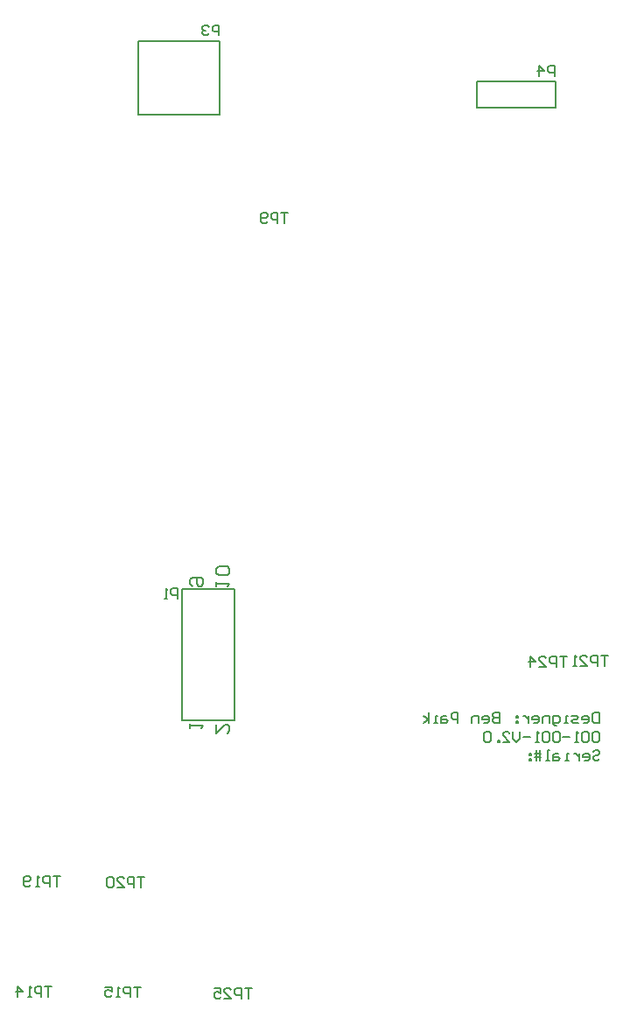
<source format=gbo>
G04*
G04 #@! TF.GenerationSoftware,Altium Limited,CircuitStudio,1.5.1 (13)*
G04*
G04 Layer_Color=13948096*
%FSLAX44Y44*%
%MOMM*%
G71*
G01*
G75*
%ADD70C,0.2000*%
%ADD79C,0.1700*%
%ADD80C,0.1700*%
%ADD119C,0.2032*%
D70*
X792480Y1154684D02*
Y1180084D01*
X716280D02*
X792480D01*
X716280Y1154684D02*
Y1180084D01*
Y1154684D02*
X792480D01*
X388874Y1219200D02*
X467614D01*
Y1148080D02*
Y1219200D01*
X388874Y1148080D02*
Y1219200D01*
Y1148080D02*
X467614D01*
X431292Y689356D02*
X482092D01*
X431292Y562356D02*
X482092D01*
Y689356D01*
X431292Y562356D02*
Y689356D01*
D79*
X803148Y623915D02*
X796483D01*
X799816D01*
Y613918D01*
X793151D02*
Y623915D01*
X788153D01*
X786487Y622248D01*
Y618916D01*
X788153Y617250D01*
X793151D01*
X776490Y613918D02*
X783154D01*
X776490Y620582D01*
Y622248D01*
X778156Y623915D01*
X781488D01*
X783154Y622248D01*
X768159Y613918D02*
Y623915D01*
X773158Y618916D01*
X766493D01*
X394716Y410047D02*
X388051D01*
X391384D01*
Y400050D01*
X384719D02*
Y410047D01*
X379721D01*
X378055Y408381D01*
Y405048D01*
X379721Y403382D01*
X384719D01*
X368058Y400050D02*
X374722D01*
X368058Y406714D01*
Y408381D01*
X369724Y410047D01*
X373056D01*
X374722Y408381D01*
X364726D02*
X363060Y410047D01*
X359727D01*
X358061Y408381D01*
Y401716D01*
X359727Y400050D01*
X363060D01*
X364726Y401716D01*
Y408381D01*
X533654Y1052921D02*
X526989D01*
X530322D01*
Y1042924D01*
X523657D02*
Y1052921D01*
X518659D01*
X516993Y1051255D01*
Y1047922D01*
X518659Y1046256D01*
X523657D01*
X513660Y1044590D02*
X511994Y1042924D01*
X508662D01*
X506996Y1044590D01*
Y1051255D01*
X508662Y1052921D01*
X511994D01*
X513660Y1051255D01*
Y1049588D01*
X511994Y1047922D01*
X506996D01*
X466852Y1224534D02*
Y1234531D01*
X461853D01*
X460187Y1232865D01*
Y1229532D01*
X461853Y1227866D01*
X466852D01*
X456855Y1232865D02*
X455189Y1234531D01*
X451857D01*
X450191Y1232865D01*
Y1231198D01*
X451857Y1229532D01*
X453523D01*
X451857D01*
X450191Y1227866D01*
Y1226200D01*
X451857Y1224534D01*
X455189D01*
X456855Y1226200D01*
X834644Y569813D02*
Y559816D01*
X829645D01*
X827979Y561482D01*
Y568147D01*
X829645Y569813D01*
X834644D01*
X819649Y559816D02*
X822981D01*
X824647Y561482D01*
Y564814D01*
X822981Y566480D01*
X819649D01*
X817983Y564814D01*
Y563148D01*
X824647D01*
X814650Y559816D02*
X809652D01*
X807986Y561482D01*
X809652Y563148D01*
X812984D01*
X814650Y564814D01*
X812984Y566480D01*
X807986D01*
X804654Y559816D02*
X801321D01*
X802988D01*
Y566480D01*
X804654D01*
X792991Y556484D02*
X791325D01*
X789659Y558150D01*
Y566480D01*
X794657D01*
X796323Y564814D01*
Y561482D01*
X794657Y559816D01*
X789659D01*
X786326D02*
Y566480D01*
X781328D01*
X779662Y564814D01*
Y559816D01*
X771331D02*
X774663D01*
X776329Y561482D01*
Y564814D01*
X774663Y566480D01*
X771331D01*
X769665Y564814D01*
Y563148D01*
X776329D01*
X766333Y566480D02*
Y559816D01*
Y563148D01*
X764667Y564814D01*
X763000Y566480D01*
X761334D01*
X756336D02*
X754670D01*
Y564814D01*
X756336D01*
Y566480D01*
Y561482D02*
X754670D01*
Y559816D01*
X756336D01*
Y561482D01*
X738009Y569813D02*
Y559816D01*
X733010D01*
X731344Y561482D01*
Y563148D01*
X733010Y564814D01*
X738009D01*
X733010D01*
X731344Y566480D01*
Y568147D01*
X733010Y569813D01*
X738009D01*
X723014Y559816D02*
X726346D01*
X728012Y561482D01*
Y564814D01*
X726346Y566480D01*
X723014D01*
X721347Y564814D01*
Y563148D01*
X728012D01*
X718015Y559816D02*
Y566480D01*
X713017D01*
X711351Y564814D01*
Y559816D01*
X698022D02*
Y569813D01*
X693023D01*
X691357Y568147D01*
Y564814D01*
X693023Y563148D01*
X698022D01*
X686359Y566480D02*
X683027D01*
X681360Y564814D01*
Y559816D01*
X686359D01*
X688025Y561482D01*
X686359Y563148D01*
X681360D01*
X678028Y559816D02*
X674696D01*
X676362D01*
Y566480D01*
X678028D01*
X669697Y559816D02*
Y569813D01*
Y563148D02*
X664699Y566480D01*
X669697Y563148D02*
X664699Y559816D01*
X834644Y549351D02*
X832978Y551017D01*
X829645D01*
X827979Y549351D01*
Y542686D01*
X829645Y541020D01*
X832978D01*
X834644Y542686D01*
Y549351D01*
X824647D02*
X822981Y551017D01*
X819649D01*
X817983Y549351D01*
Y542686D01*
X819649Y541020D01*
X822981D01*
X824647Y542686D01*
Y549351D01*
X814650Y541020D02*
X811318D01*
X812984D01*
Y551017D01*
X814650Y549351D01*
X806320Y546018D02*
X799655D01*
X796323Y549351D02*
X794657Y551017D01*
X791325D01*
X789659Y549351D01*
Y542686D01*
X791325Y541020D01*
X794657D01*
X796323Y542686D01*
Y549351D01*
X786326D02*
X784660Y551017D01*
X781328D01*
X779662Y549351D01*
Y542686D01*
X781328Y541020D01*
X784660D01*
X786326Y542686D01*
Y549351D01*
X776329Y541020D02*
X772997D01*
X774663D01*
Y551017D01*
X776329Y549351D01*
X767999Y546018D02*
X761334D01*
X758002Y551017D02*
Y544352D01*
X754670Y541020D01*
X751338Y544352D01*
Y551017D01*
X741341Y541020D02*
X748005D01*
X741341Y547684D01*
Y549351D01*
X743007Y551017D01*
X746339D01*
X748005Y549351D01*
X738009Y541020D02*
Y542686D01*
X736342D01*
Y541020D01*
X738009D01*
X729678Y549351D02*
X728012Y551017D01*
X724680D01*
X723014Y549351D01*
Y542686D01*
X724680Y541020D01*
X728012D01*
X729678Y542686D01*
Y549351D01*
X828487Y531316D02*
X830154Y532983D01*
X833486D01*
X835152Y531316D01*
Y529650D01*
X833486Y527984D01*
X830154D01*
X828487Y526318D01*
Y524652D01*
X830154Y522986D01*
X833486D01*
X835152Y524652D01*
X820157Y522986D02*
X823489D01*
X825155Y524652D01*
Y527984D01*
X823489Y529650D01*
X820157D01*
X818491Y527984D01*
Y526318D01*
X825155D01*
X815158Y529650D02*
Y522986D01*
Y526318D01*
X813492Y527984D01*
X811826Y529650D01*
X810160D01*
X805162Y522986D02*
X801829D01*
X803495D01*
Y529650D01*
X805162D01*
X795165D02*
X791833D01*
X790166Y527984D01*
Y522986D01*
X795165D01*
X796831Y524652D01*
X795165Y526318D01*
X790166D01*
X786834Y522986D02*
X783502D01*
X785168D01*
Y532983D01*
X786834D01*
X776837Y522986D02*
Y532983D01*
X773505D02*
Y522986D01*
X778504Y529650D02*
X773505D01*
X771839D01*
X778504Y526318D02*
X771839D01*
X768507Y529650D02*
X766841D01*
Y527984D01*
X768507D01*
Y529650D01*
Y524652D02*
X766841D01*
Y522986D01*
X768507D01*
Y524652D01*
D80*
X843026Y624677D02*
X836361D01*
X839694D01*
Y614680D01*
X833029D02*
Y624677D01*
X828031D01*
X826365Y623010D01*
Y619678D01*
X828031Y618012D01*
X833029D01*
X816368Y614680D02*
X823032D01*
X816368Y621344D01*
Y623010D01*
X818034Y624677D01*
X821366D01*
X823032Y623010D01*
X813036Y614680D02*
X809703D01*
X811369D01*
Y624677D01*
X813036Y623010D01*
X498602Y302605D02*
X491937D01*
X495270D01*
Y292608D01*
X488605D02*
Y302605D01*
X483607D01*
X481941Y300938D01*
Y297606D01*
X483607Y295940D01*
X488605D01*
X471944Y292608D02*
X478608D01*
X471944Y299272D01*
Y300938D01*
X473610Y302605D01*
X476942D01*
X478608Y300938D01*
X461947Y302605D02*
X468611D01*
Y297606D01*
X465279Y299272D01*
X463613D01*
X461947Y297606D01*
Y294274D01*
X463613Y292608D01*
X466945D01*
X468611Y294274D01*
X426974Y679704D02*
Y689701D01*
X421976D01*
X420309Y688035D01*
Y684702D01*
X421976Y683036D01*
X426974D01*
X416977Y679704D02*
X413645D01*
X415311D01*
Y689701D01*
X416977Y688035D01*
X791718Y1184910D02*
Y1194907D01*
X786720D01*
X785053Y1193241D01*
Y1189908D01*
X786720Y1188242D01*
X791718D01*
X776723Y1184910D02*
Y1194907D01*
X781721Y1189908D01*
X775057D01*
X305054Y304383D02*
X298389D01*
X301722D01*
Y294386D01*
X295057D02*
Y304383D01*
X290059D01*
X288393Y302717D01*
Y299384D01*
X290059Y297718D01*
X295057D01*
X285060Y294386D02*
X281728D01*
X283394D01*
Y304383D01*
X285060Y302717D01*
X271731Y294386D02*
Y304383D01*
X276730Y299384D01*
X270065D01*
X391160Y304129D02*
X384495D01*
X387828D01*
Y294132D01*
X381163D02*
Y304129D01*
X376165D01*
X374499Y302463D01*
Y299130D01*
X376165Y297464D01*
X381163D01*
X371166Y294132D02*
X367834D01*
X369500D01*
Y304129D01*
X371166Y302463D01*
X356171Y304129D02*
X362836D01*
Y299130D01*
X359503Y300796D01*
X357837D01*
X356171Y299130D01*
Y295798D01*
X357837Y294132D01*
X361170D01*
X362836Y295798D01*
X312928Y411063D02*
X306263D01*
X309596D01*
Y401066D01*
X302931D02*
Y411063D01*
X297933D01*
X296267Y409397D01*
Y406064D01*
X297933Y404398D01*
X302931D01*
X292934Y401066D02*
X289602D01*
X291268D01*
Y411063D01*
X292934Y409397D01*
X284604Y402732D02*
X282938Y401066D01*
X279605D01*
X277939Y402732D01*
Y409397D01*
X279605Y411063D01*
X282938D01*
X284604Y409397D01*
Y407730D01*
X282938Y406064D01*
X277939D01*
D119*
X464312Y558120D02*
Y549656D01*
X472776Y558120D01*
X474892D01*
X477008Y556004D01*
Y551772D01*
X474892Y549656D01*
X438912Y554736D02*
Y558968D01*
Y556852D01*
X451608D01*
X449492Y554736D01*
X441028Y691896D02*
X438912Y694012D01*
Y698244D01*
X441028Y700360D01*
X449492D01*
X451608Y698244D01*
Y694012D01*
X449492Y691896D01*
X447376D01*
X445260Y694012D01*
Y700360D01*
X464312Y691896D02*
Y696128D01*
Y694012D01*
X477008D01*
X474892Y691896D01*
Y702476D02*
X477008Y704592D01*
Y708824D01*
X474892Y710940D01*
X466428D01*
X464312Y708824D01*
Y704592D01*
X466428Y702476D01*
X474892D01*
M02*

</source>
